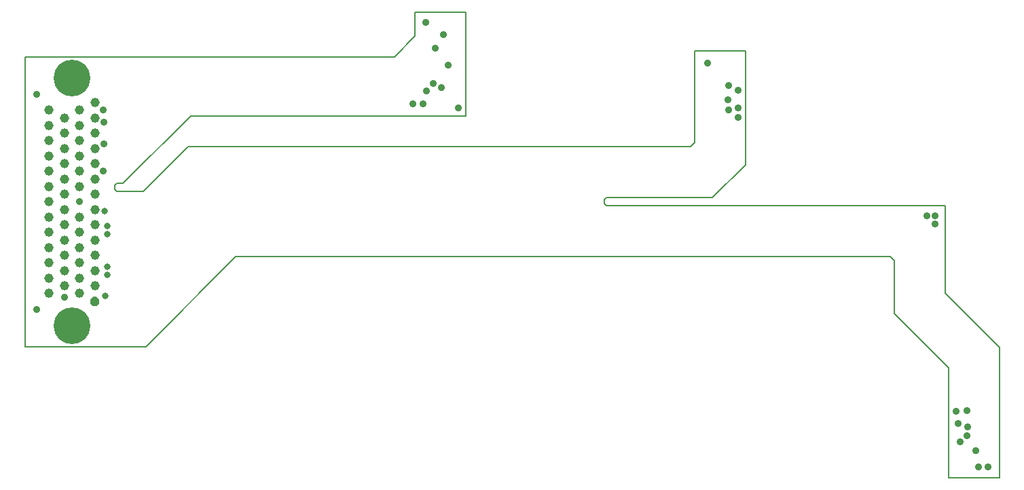
<source format=gbr>
G04 start of page 9 for group 7 idx 9
G04 Title: TFlex, Flex2 *
G04 Creator: pcb-bin 20060822 *
G04 CreationDate: Thu May  3 09:54:56 2007 UTC *
G04 For: stephan *
G04 Format: Gerber/RS-274X *
G04 PCB-Dimensions: 500000 300000 *
G04 PCB-Coordinate-Origin: lower left *
%MOIN*%
%FSLAX24Y24*%
%LNGROUP7*%
%ADD11C,0.0060*%
%ADD12C,0.0460*%
%ADD13C,0.0200*%
%ADD14C,0.1800*%
%ADD15C,0.0360*%
%ADD16C,0.0320*%
%ADD17C,0.0260*%
%ADD18C,0.1050*%
%ADD19C,0.0120*%
G54D11*X48725Y10475D02*Y4075D01*
X46225Y9475D02*Y4075D01*
X48725D02*X46225D01*
X46075Y17425D02*Y13125D01*
X48725Y10475D01*
X43575Y12125D02*X46225Y9475D01*
X43575Y14725D02*Y12125D01*
X43375Y14925D02*X43575Y14725D01*
X36275Y25025D02*Y19445D01*
X34655Y17825D01*
X33775Y20525D02*Y25025D01*
X36275D01*
X29450Y17425D02*X46075D01*
X20050Y26950D02*X22550D01*
X33575Y20325D02*X33775Y20525D01*
X29350Y17525D02*Y17725D01*
X29450Y17425D02*X29350Y17525D01*
Y17725D02*X29450Y17825D01*
X34655D01*
X11250Y14925D02*X43375D01*
X22550Y26950D02*Y21850D01*
X9025D01*
X19025Y24750D02*X20050Y25775D01*
X8900Y20325D02*X33575D01*
X20050Y25775D02*Y26950D01*
X11250Y14925D02*X6825Y10500D01*
X6700Y18125D02*X5400D01*
X5300Y18225D02*X5400Y18125D01*
X900Y24750D02*Y10500D01*
X5300Y18425D02*Y18225D01*
X900Y10500D02*X6825D01*
X6700Y18125D02*X8900Y20325D01*
X9025Y21850D02*X5700Y18525D01*
X5400D01*
X5300Y18425D01*
X900Y24750D02*X19025D01*
G54D12*X4325Y15000D03*
Y15750D03*
Y16500D03*
Y17250D03*
Y18000D03*
Y18750D03*
Y19500D03*
Y20250D03*
Y21000D03*
Y21750D03*
Y22500D03*
X3575Y14625D03*
Y15375D03*
Y16125D03*
Y16875D03*
Y18375D03*
Y19125D03*
Y19875D03*
Y20625D03*
Y21375D03*
X4325Y13500D03*
Y14250D03*
X3575Y13125D03*
G54D13*G36*
X4555Y12845D02*X4420Y12980D01*
X4229D01*
X4095Y12845D01*
Y12654D01*
X4229Y12520D01*
X4420D01*
X4555Y12654D01*
Y12845D01*
G37*
G54D12*X3575Y13875D03*
X2825Y18000D03*
Y18750D03*
Y19500D03*
Y20250D03*
Y21000D03*
Y21750D03*
Y15000D03*
Y15750D03*
X2075Y15375D03*
X2825Y16500D03*
Y17250D03*
X2075Y16125D03*
Y16875D03*
X3575Y22125D03*
G54D14*X3200Y23700D03*
G54D12*X2075Y22125D03*
X2825Y13500D03*
Y14250D03*
X2075Y13125D03*
Y13875D03*
G54D14*X3200Y11550D03*
G54D12*X2075Y14625D03*
Y17625D03*
Y19875D03*
Y20625D03*
Y18375D03*
Y21375D03*
Y19125D03*
G54D15*X48180Y4620D03*
X47705D03*
X47575Y5420D03*
X47155Y6150D03*
X46815Y5845D03*
X47170Y6585D03*
X47135Y7380D03*
X46710Y6730D03*
X46610Y7350D03*
X45575Y16925D03*
Y16525D03*
X45175Y16925D03*
X35900Y21775D03*
X35445Y22130D03*
X35890Y22240D03*
X35390Y22645D03*
X35445Y23330D03*
X35890Y23120D03*
X34400Y24450D03*
X22175Y22225D03*
X21675Y24325D03*
X21425Y25825D03*
X21350Y23225D03*
X21050Y25175D03*
X20925Y23425D03*
X20600Y23075D03*
X20575Y26425D03*
X20425Y22425D03*
X19950D03*
X4775Y20475D03*
G54D16*X4800Y17175D03*
G54D15*X4725Y19125D03*
X3575Y17625D03*
X4775Y21525D03*
X4725Y22125D03*
X1475Y22900D03*
G54D16*X4950Y14025D03*
Y14425D03*
Y16425D03*
X4925Y16025D03*
X4825Y13000D03*
G54D15*X2825Y12925D03*
X1475Y12350D03*
G54D17*%LNGROUP7_C1*%
%LPC*%
G54D18*G54D17*G54D18*G54D17*G54D19*M02*

</source>
